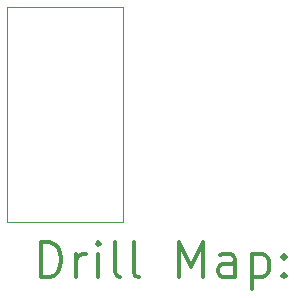
<source format=gbr>
%FSLAX45Y45*%
G04 Gerber Fmt 4.5, Leading zero omitted, Abs format (unit mm)*
G04 Created by KiCad (PCBNEW (5.1.5)-3) date 2020-07-23 01:10:51*
%MOMM*%
%LPD*%
G04 APERTURE LIST*
%TA.AperFunction,Profile*%
%ADD10C,0.050000*%
%TD*%
%ADD11C,0.200000*%
%ADD12C,0.300000*%
G04 APERTURE END LIST*
D10*
X11950700Y-9467850D02*
X11950700Y-7645400D01*
X12928600Y-9467850D02*
X11950700Y-9467850D01*
X12928600Y-7645400D02*
X12928600Y-9467850D01*
X11950700Y-7645400D02*
X12928600Y-7645400D01*
D11*
D12*
X12234628Y-9936064D02*
X12234628Y-9636064D01*
X12306057Y-9636064D01*
X12348914Y-9650350D01*
X12377486Y-9678922D01*
X12391771Y-9707493D01*
X12406057Y-9764636D01*
X12406057Y-9807493D01*
X12391771Y-9864636D01*
X12377486Y-9893207D01*
X12348914Y-9921779D01*
X12306057Y-9936064D01*
X12234628Y-9936064D01*
X12534628Y-9936064D02*
X12534628Y-9736064D01*
X12534628Y-9793207D02*
X12548914Y-9764636D01*
X12563200Y-9750350D01*
X12591771Y-9736064D01*
X12620343Y-9736064D01*
X12720343Y-9936064D02*
X12720343Y-9736064D01*
X12720343Y-9636064D02*
X12706057Y-9650350D01*
X12720343Y-9664636D01*
X12734628Y-9650350D01*
X12720343Y-9636064D01*
X12720343Y-9664636D01*
X12906057Y-9936064D02*
X12877486Y-9921779D01*
X12863200Y-9893207D01*
X12863200Y-9636064D01*
X13063200Y-9936064D02*
X13034628Y-9921779D01*
X13020343Y-9893207D01*
X13020343Y-9636064D01*
X13406057Y-9936064D02*
X13406057Y-9636064D01*
X13506057Y-9850350D01*
X13606057Y-9636064D01*
X13606057Y-9936064D01*
X13877486Y-9936064D02*
X13877486Y-9778922D01*
X13863200Y-9750350D01*
X13834628Y-9736064D01*
X13777486Y-9736064D01*
X13748914Y-9750350D01*
X13877486Y-9921779D02*
X13848914Y-9936064D01*
X13777486Y-9936064D01*
X13748914Y-9921779D01*
X13734628Y-9893207D01*
X13734628Y-9864636D01*
X13748914Y-9836064D01*
X13777486Y-9821779D01*
X13848914Y-9821779D01*
X13877486Y-9807493D01*
X14020343Y-9736064D02*
X14020343Y-10036064D01*
X14020343Y-9750350D02*
X14048914Y-9736064D01*
X14106057Y-9736064D01*
X14134628Y-9750350D01*
X14148914Y-9764636D01*
X14163200Y-9793207D01*
X14163200Y-9878922D01*
X14148914Y-9907493D01*
X14134628Y-9921779D01*
X14106057Y-9936064D01*
X14048914Y-9936064D01*
X14020343Y-9921779D01*
X14291771Y-9907493D02*
X14306057Y-9921779D01*
X14291771Y-9936064D01*
X14277486Y-9921779D01*
X14291771Y-9907493D01*
X14291771Y-9936064D01*
X14291771Y-9750350D02*
X14306057Y-9764636D01*
X14291771Y-9778922D01*
X14277486Y-9764636D01*
X14291771Y-9750350D01*
X14291771Y-9778922D01*
M02*

</source>
